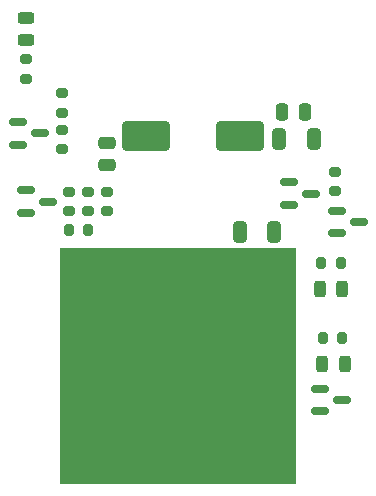
<source format=gbr>
%TF.GenerationSoftware,KiCad,Pcbnew,7.0.1*%
%TF.CreationDate,2023-06-22T21:15:45-04:00*%
%TF.ProjectId,lnbf-psu,6c6e6266-2d70-4737-952e-6b696361645f,1*%
%TF.SameCoordinates,Original*%
%TF.FileFunction,Paste,Top*%
%TF.FilePolarity,Positive*%
%FSLAX46Y46*%
G04 Gerber Fmt 4.6, Leading zero omitted, Abs format (unit mm)*
G04 Created by KiCad (PCBNEW 7.0.1) date 2023-06-22 21:15:45*
%MOMM*%
%LPD*%
G01*
G04 APERTURE LIST*
G04 Aperture macros list*
%AMRoundRect*
0 Rectangle with rounded corners*
0 $1 Rounding radius*
0 $2 $3 $4 $5 $6 $7 $8 $9 X,Y pos of 4 corners*
0 Add a 4 corners polygon primitive as box body*
4,1,4,$2,$3,$4,$5,$6,$7,$8,$9,$2,$3,0*
0 Add four circle primitives for the rounded corners*
1,1,$1+$1,$2,$3*
1,1,$1+$1,$4,$5*
1,1,$1+$1,$6,$7*
1,1,$1+$1,$8,$9*
0 Add four rect primitives between the rounded corners*
20,1,$1+$1,$2,$3,$4,$5,0*
20,1,$1+$1,$4,$5,$6,$7,0*
20,1,$1+$1,$6,$7,$8,$9,0*
20,1,$1+$1,$8,$9,$2,$3,0*%
G04 Aperture macros list end*
%ADD10RoundRect,0.243750X-0.456250X0.243750X-0.456250X-0.243750X0.456250X-0.243750X0.456250X0.243750X0*%
%ADD11RoundRect,0.150000X-0.587500X-0.150000X0.587500X-0.150000X0.587500X0.150000X-0.587500X0.150000X0*%
%ADD12RoundRect,0.200000X-0.275000X0.200000X-0.275000X-0.200000X0.275000X-0.200000X0.275000X0.200000X0*%
%ADD13R,20.000000X20.000000*%
%ADD14RoundRect,0.200000X0.275000X-0.200000X0.275000X0.200000X-0.275000X0.200000X-0.275000X-0.200000X0*%
%ADD15RoundRect,0.250000X-0.325000X-0.650000X0.325000X-0.650000X0.325000X0.650000X-0.325000X0.650000X0*%
%ADD16RoundRect,0.250000X1.750000X1.000000X-1.750000X1.000000X-1.750000X-1.000000X1.750000X-1.000000X0*%
%ADD17RoundRect,0.200000X0.200000X0.275000X-0.200000X0.275000X-0.200000X-0.275000X0.200000X-0.275000X0*%
%ADD18RoundRect,0.243750X0.243750X0.456250X-0.243750X0.456250X-0.243750X-0.456250X0.243750X-0.456250X0*%
%ADD19RoundRect,0.250000X-0.475000X0.250000X-0.475000X-0.250000X0.475000X-0.250000X0.475000X0.250000X0*%
%ADD20RoundRect,0.250000X-0.250000X-0.475000X0.250000X-0.475000X0.250000X0.475000X-0.250000X0.475000X0*%
G04 APERTURE END LIST*
D10*
%TO.C,D1*%
X145400000Y-100262500D03*
X145400000Y-102137500D03*
%TD*%
D11*
%TO.C,Q5*%
X167600000Y-114200000D03*
X167600000Y-116100000D03*
X169475000Y-115150000D03*
%TD*%
D12*
%TO.C,R5*%
X148400000Y-109750000D03*
X148400000Y-111400000D03*
%TD*%
D13*
%TO.C,HS1*%
X158250000Y-129750000D03*
%TD*%
D14*
%TO.C,R3*%
X150600000Y-116650000D03*
X150600000Y-115000000D03*
%TD*%
D12*
%TO.C,R7*%
X148400000Y-106650000D03*
X148400000Y-108300000D03*
%TD*%
D11*
%TO.C,Q4*%
X170237500Y-131650000D03*
X170237500Y-133550000D03*
X172112500Y-132600000D03*
%TD*%
D12*
%TO.C,R9*%
X171537500Y-113300000D03*
X171537500Y-114950000D03*
%TD*%
D15*
%TO.C,C4*%
X166775000Y-110500000D03*
X169725000Y-110500000D03*
%TD*%
D16*
%TO.C,C5*%
X163500000Y-110250000D03*
X155500000Y-110250000D03*
%TD*%
D12*
%TO.C,R2*%
X149000000Y-114975000D03*
X149000000Y-116625000D03*
%TD*%
D17*
%TO.C,R11*%
X172025000Y-121000000D03*
X170375000Y-121000000D03*
%TD*%
%TO.C,R8*%
X172137500Y-127400000D03*
X170487500Y-127400000D03*
%TD*%
D11*
%TO.C,Q3*%
X144662500Y-109100000D03*
X144662500Y-111000000D03*
X146537500Y-110050000D03*
%TD*%
D18*
%TO.C,D3*%
X172137500Y-123200000D03*
X170262500Y-123200000D03*
%TD*%
%TO.C,D2*%
X172337500Y-129600000D03*
X170462500Y-129600000D03*
%TD*%
D15*
%TO.C,C2*%
X163450000Y-118400000D03*
X166400000Y-118400000D03*
%TD*%
D11*
%TO.C,Q6*%
X171662500Y-116600000D03*
X171662500Y-118500000D03*
X173537500Y-117550000D03*
%TD*%
D17*
%TO.C,R1*%
X150625000Y-118225000D03*
X148975000Y-118225000D03*
%TD*%
D11*
%TO.C,Q1*%
X145325000Y-114875000D03*
X145325000Y-116775000D03*
X147200000Y-115825000D03*
%TD*%
D14*
%TO.C,R6*%
X145400000Y-105425000D03*
X145400000Y-103775000D03*
%TD*%
D19*
%TO.C,C1*%
X152200000Y-110850000D03*
X152200000Y-112750000D03*
%TD*%
D14*
%TO.C,R4*%
X152200000Y-116625000D03*
X152200000Y-114975000D03*
%TD*%
D20*
%TO.C,C3*%
X167050000Y-108200000D03*
X168950000Y-108200000D03*
%TD*%
M02*

</source>
